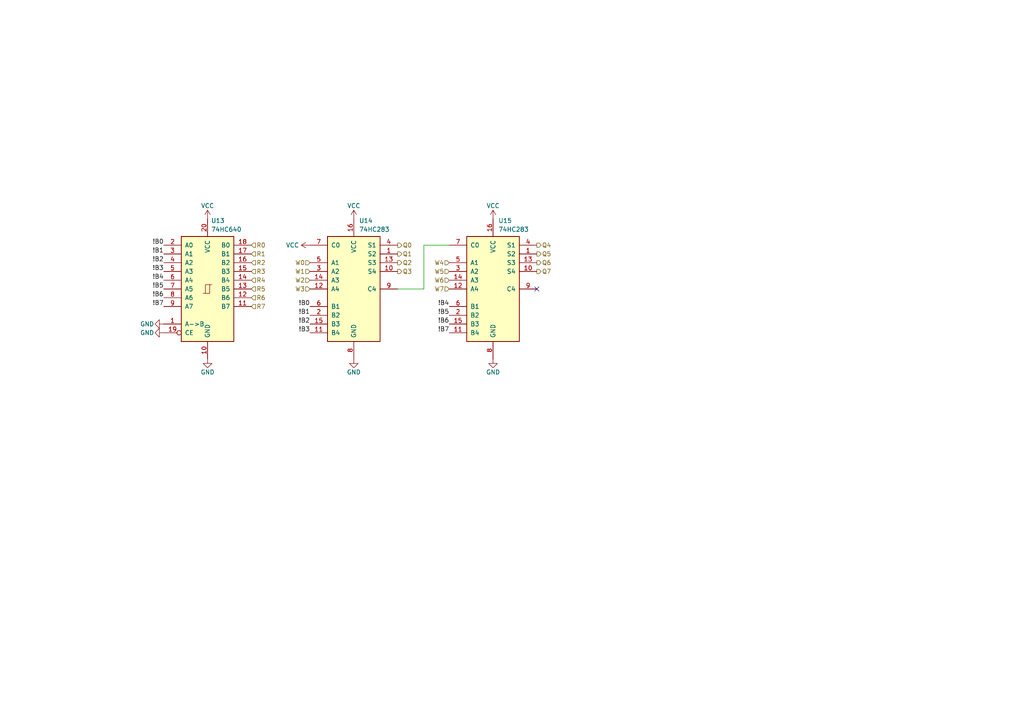
<source format=kicad_sch>
(kicad_sch (version 20211123) (generator eeschema)
  (paper "A4")
  (lib_symbols
    (symbol "74xx:74LS245" (pin_names (offset 1.016))
      (property "Reference" "U" (at -7.62 16.51 0))
      (property "Value" "74LS245" (at -7.62 -16.51 0))
      (symbol "74LS245_1_0"
        (polyline (pts (xy -0.635 -1.27) (xy -0.635 1.27) (xy 0.635 1.27)))
        (polyline (pts (xy -1.27 -1.27) (xy 0.635 -1.27) (xy 0.635 1.27) (xy 1.27 1.27)))
        (pin input line (at -12.7 -10.16 0) (length 5.08) (name "A->B") (number "1"))
        (pin power_in line (at 0 -20.32 90) (length 5.08) (name "GND") (number "10"))
        (pin tri_state line (at 12.7 -5.08 180) (length 5.08) (name "B7") (number "11"))
        (pin tri_state line (at 12.7 -2.54 180) (length 5.08) (name "B6") (number "12"))
        (pin tri_state line (at 12.7 0 180) (length 5.08) (name "B5") (number "13"))
        (pin tri_state line (at 12.7 2.54 180) (length 5.08) (name "B4") (number "14"))
        (pin tri_state line (at 12.7 5.08 180) (length 5.08) (name "B3") (number "15"))
        (pin tri_state line (at 12.7 7.62 180) (length 5.08) (name "B2") (number "16"))
        (pin tri_state line (at 12.7 10.16 180) (length 5.08) (name "B1") (number "17"))
        (pin tri_state line (at 12.7 12.7 180) (length 5.08) (name "B0") (number "18"))
        (pin input inverted (at -12.7 -12.7 0) (length 5.08) (name "CE") (number "19"))
        (pin tri_state line (at -12.7 12.7 0) (length 5.08) (name "A0") (number "2"))
        (pin power_in line (at 0 20.32 270) (length 5.08) (name "VCC") (number "20"))
        (pin tri_state line (at -12.7 10.16 0) (length 5.08) (name "A1") (number "3"))
        (pin tri_state line (at -12.7 7.62 0) (length 5.08) (name "A2") (number "4"))
        (pin tri_state line (at -12.7 5.08 0) (length 5.08) (name "A3") (number "5"))
        (pin tri_state line (at -12.7 2.54 0) (length 5.08) (name "A4") (number "6"))
        (pin tri_state line (at -12.7 0 0) (length 5.08) (name "A5") (number "7"))
        (pin tri_state line (at -12.7 -2.54 0) (length 5.08) (name "A6") (number "8"))
        (pin tri_state line (at -12.7 -5.08 0) (length 5.08) (name "A7") (number "9"))
      )
      (symbol "74LS245_1_1"
        (rectangle (start -7.62 15.24) (end 7.62 -15.24) (stroke (width 0.254)) (fill (type background)))
      )
    )
    (symbol "74xx:74LS283" (pin_names (offset 1.016))
      (property "Reference" "U" (at -7.62 16.51 0))
      (property "Value" "74LS283" (at -7.62 -16.51 0))
      (symbol "74LS283_1_0"
        (pin output line (at 12.7 10.16 180) (length 5.08) (name "S2") (number "1"))
        (pin output line (at 12.7 5.08 180) (length 5.08) (name "S4") (number "10"))
        (pin input line (at -12.7 -12.7 0) (length 5.08) (name "B4") (number "11"))
        (pin input line (at -12.7 0 0) (length 5.08) (name "A4") (number "12"))
        (pin output line (at 12.7 7.62 180) (length 5.08) (name "S3") (number "13"))
        (pin input line (at -12.7 2.54 0) (length 5.08) (name "A3") (number "14"))
        (pin input line (at -12.7 -10.16 0) (length 5.08) (name "B3") (number "15"))
        (pin power_in line (at 0 20.32 270) (length 5.08) (name "VCC") (number "16"))
        (pin input line (at -12.7 -7.62 0) (length 5.08) (name "B2") (number "2"))
        (pin input line (at -12.7 5.08 0) (length 5.08) (name "A2") (number "3"))
        (pin output line (at 12.7 12.7 180) (length 5.08) (name "S1") (number "4"))
        (pin input line (at -12.7 7.62 0) (length 5.08) (name "A1") (number "5"))
        (pin input line (at -12.7 -5.08 0) (length 5.08) (name "B1") (number "6"))
        (pin input line (at -12.7 12.7 0) (length 5.08) (name "C0") (number "7"))
        (pin power_in line (at 0 -20.32 90) (length 5.08) (name "GND") (number "8"))
        (pin output line (at 12.7 0 180) (length 5.08) (name "C4") (number "9"))
      )
      (symbol "74LS283_1_1"
        (rectangle (start -7.62 15.24) (end 7.62 -15.24) (stroke (width 0.254)) (fill (type background)))
      )
    )
    (symbol "power:GND" (power) (pin_names (offset 0))
      (property "Value" "GND" (at 0 -3.81 0))
      (symbol "GND_0_1"
        (polyline (pts (xy 0 0) (xy 0 -1.27) (xy 1.27 -1.27) (xy 0 -2.54) (xy -1.27 -1.27) (xy 0 -1.27)))
      )
      (symbol "GND_1_1"
        (pin power_in line (at 0 0 270) (length 0) hide (name "GND") (number "1"))
      )
    )
    (symbol "power:VCC" (power) (pin_names (offset 0))
      (property "Value" "VCC" (at 0 3.81 0))
      (symbol "VCC_0_1"
        (polyline (pts (xy -0.762 1.27) (xy 0 2.54)))
        (polyline (pts (xy 0 0) (xy 0 2.54)))
        (polyline (pts (xy 0 2.54) (xy 0.762 1.27)))
      )
      (symbol "VCC_1_1"
        (pin power_in line (at 0 0 90) (length 0) hide (name "VCC") (number "1"))
      )
    )
  )
  (no_connect (at 155.702 83.82))
  (wire (pts (xy 122.936 71.12) (xy 122.936 83.82)))
  (wire (pts (xy 130.302 71.12) (xy 122.936 71.12)))
  (wire (pts (xy 122.936 83.82) (xy 115.316 83.82)))
  (label "!B6" (at 130.302 93.98 180))
  (label "!B5" (at 130.302 91.44 180))
  (label "!B1" (at 89.916 91.44 180))
  (label "!B4" (at 47.498 81.28 180))
  (label "!B0" (at 47.498 71.12 180))
  (label "!B7" (at 47.498 88.9 180))
  (label "!B6" (at 47.498 86.36 180))
  (label "!B0" (at 89.916 88.9 180))
  (label "!B2" (at 89.916 93.98 180))
  (label "!B7" (at 130.302 96.52 180))
  (label "!B3" (at 47.498 78.74 180))
  (label "!B2" (at 47.498 76.2 180))
  (label "!B4" (at 130.302 88.9 180))
  (label "!B3" (at 89.916 96.52 180))
  (label "!B1" (at 47.498 73.66 180))
  (label "!B5" (at 47.498 83.82 180))
  (hierarchical_label "R4" (shape input) (at 72.898 81.28 0))
  (hierarchical_label "W4" (shape input) (at 130.302 76.2 180))
  (hierarchical_label "W3" (shape input) (at 89.916 83.82 180))
  (hierarchical_label "W0" (shape input) (at 89.916 76.2 180))
  (hierarchical_label "Q3" (shape output) (at 115.316 78.74 0))
  (hierarchical_label "Q2" (shape output) (at 115.316 76.2 0))
  (hierarchical_label "Q1" (shape output) (at 115.316 73.66 0))
  (hierarchical_label "R2" (shape input) (at 72.898 76.2 0))
  (hierarchical_label "R7" (shape input) (at 72.898 88.9 0))
  (hierarchical_label "R3" (shape input) (at 72.898 78.74 0))
  (hierarchical_label "Q5" (shape output) (at 155.702 73.66 0))
  (hierarchical_label "R5" (shape input) (at 72.898 83.82 0))
  (hierarchical_label "R6" (shape input) (at 72.898 86.36 0))
  (hierarchical_label "Q4" (shape output) (at 155.702 71.12 0))
  (hierarchical_label "W6" (shape input) (at 130.302 81.28 180))
  (hierarchical_label "Q7" (shape output) (at 155.702 78.74 0))
  (hierarchical_label "W2" (shape input) (at 89.916 81.28 180))
  (hierarchical_label "Q6" (shape output) (at 155.702 76.2 0))
  (hierarchical_label "W5" (shape input) (at 130.302 78.74 180))
  (hierarchical_label "W1" (shape input) (at 89.916 78.74 180))
  (hierarchical_label "Q0" (shape output) (at 115.316 71.12 0))
  (hierarchical_label "R0" (shape input) (at 72.898 71.12 0))
  (hierarchical_label "W7" (shape input) (at 130.302 83.82 180))
  (hierarchical_label "R1" (shape input) (at 72.898 73.66 0))
  (symbol (lib_id "power:VCC") (at 102.616 63.5 0) (unit 1)
    (property "Reference" "#PWR055" (effects hide))
    (property "Value" "VCC" (at 102.616 59.69 0))
  )
  (symbol (lib_id "power:GND") (at 102.616 104.14 0) (unit 1)
    (property "Reference" "#PWR056" (effects hide))
    (property "Value" "GND" (at 102.616 107.95 0))
  )
  (symbol (lib_id "74xx:74LS283") (at 143.002 83.82 0) (unit 1)
    (property "Reference" "U15" (at 144.526 64.008 0) (effects (justify left)))
    (property "Value" "74HC283" (at 144.526 66.548 0) (effects (justify left)))
    (property "Footprint" "Package_SO:SO-16_5.3x10.2mm_P1.27mm" (effects hide))
    (property "Datasheet" "http://www.ti.com/lit/gpn/sn74LS283" (effects hide))
  )
  (symbol (lib_id "power:GND") (at 143.002 104.14 0) (unit 1)
    (property "Reference" "#PWR058" (effects hide))
    (property "Value" "GND" (at 143.002 107.95 0))
  )
  (symbol (lib_id "power:GND") (at 47.498 93.98 270) (unit 1)
    (property "Reference" "#PWR0103" (effects hide))
    (property "Value" "GND" (at 42.672 93.98 90))
  )
  (symbol (lib_id "power:VCC") (at 89.916 71.12 90) (unit 1)
    (property "Reference" "#PWR054" (effects hide))
    (property "Value" "VCC" (at 84.836 71.12 90))
  )
  (symbol (lib_id "74xx:74LS283") (at 102.616 83.82 0) (unit 1)
    (property "Reference" "U14" (at 104.14 64.008 0) (effects (justify left)))
    (property "Value" "74HC283" (at 104.14 66.548 0) (effects (justify left)))
    (property "Footprint" "Package_SO:SO-16_5.3x10.2mm_P1.27mm" (effects hide))
    (property "Datasheet" "http://www.ti.com/lit/gpn/sn74LS283" (effects hide))
  )
  (symbol (lib_id "power:GND") (at 47.498 96.52 270) (unit 1)
    (property "Reference" "#PWR051" (effects hide))
    (property "Value" "GND" (at 42.672 96.52 90))
  )
  (symbol (lib_id "power:VCC") (at 143.002 63.5 0) (unit 1)
    (property "Reference" "#PWR057" (effects hide))
    (property "Value" "VCC" (at 143.002 59.69 0))
  )
  (symbol (lib_id "power:GND") (at 60.198 104.14 0) (unit 1)
    (property "Reference" "#PWR053" (effects hide))
    (property "Value" "GND" (at 60.198 107.95 0))
  )
  (symbol (lib_id "power:VCC") (at 60.198 63.5 0) (unit 1)
    (property "Reference" "#PWR052" (effects hide))
    (property "Value" "VCC" (at 60.198 59.69 0))
  )
  (symbol (lib_id "74xx:74LS245") (at 60.198 83.82 0) (unit 1)
    (property "Reference" "U13" (at 61.214 64.008 0) (effects (justify left)))
    (property "Value" "74HC640" (at 61.214 66.548 0) (effects (justify left)))
    (property "Footprint" "Package_SO:SO-20_12.8x7.5mm_P1.27mm" (effects hide))
    (property "Datasheet" "http://www.ti.com/lit/gpn/sn74LS245" (effects hide))
  )
)
</source>
